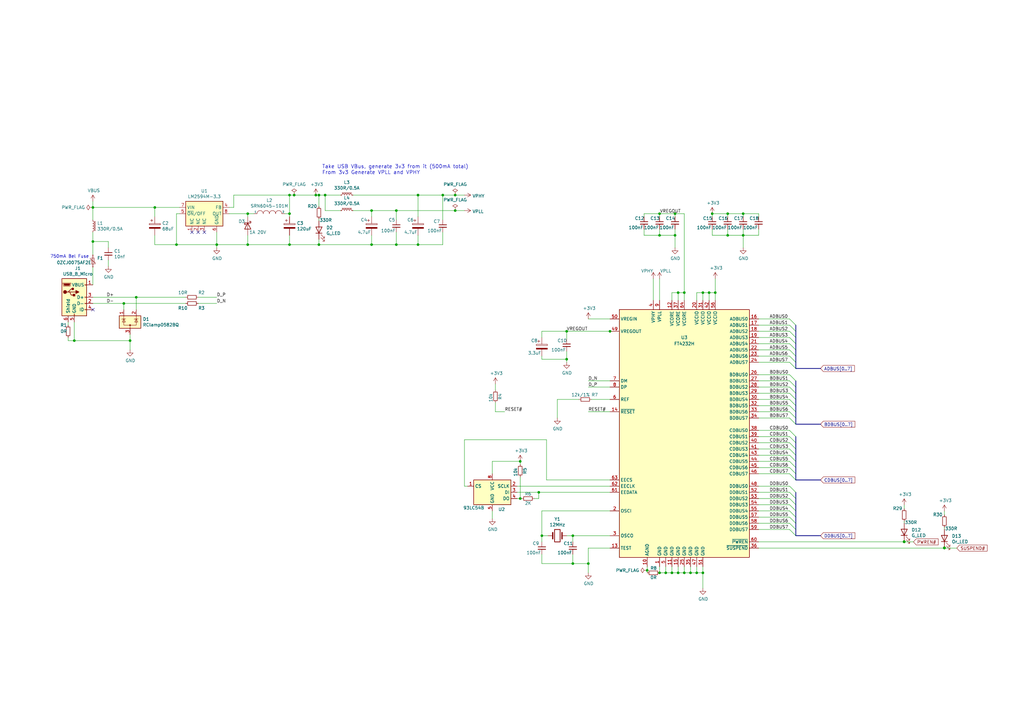
<source format=kicad_sch>
(kicad_sch (version 20211123) (generator eeschema)
  (paper "A3")
  (title_block (title "Imperial Debugger") (date "2022-01-01") (rev "0.9") (company "Achenarian Empire") (comment 1 "Drawn by: Marc Kelly"))
  (lib_symbols
    (symbol "Connector:USB_B_Micro" (pin_names (offset 1.016))
      (property "Reference" "J" (at -5.08 11.43 0))
      (property "Value" "USB_B_Micro" (at -5.08 8.89 0))
      (symbol "USB_B_Micro_1_1"
        (pin power_out line (at 7.62 5.08 180) (length 2.54) (name "VBUS") (number "1"))
        (pin bidirectional line (at 7.62 -2.54 180) (length 2.54) (name "D-") (number "2"))
        (pin bidirectional line (at 7.62 0 180) (length 2.54) (name "D+") (number "3"))
        (pin passive line (at 7.62 -5.08 180) (length 2.54) (name "ID") (number "4"))
        (pin power_out line (at 0 -10.16 90) (length 2.54) (name "GND") (number "5"))
        (pin passive line (at -2.54 -10.16 90) (length 2.54) (name "Shield") (number "6"))
      )
    )
    (symbol "Device:CP" (pin_numbers hide) (pin_names (offset 0.254))
      (property "Reference" "C" (at 0.635 2.54 0))
      (property "Value" "Device_CP" (at 0.635 -2.54 0))
      (symbol "CP_1_1"
        (pin passive line (at 0 3.81 270) (length 2.794) (name "~") (number "1"))
        (pin passive line (at 0 -3.81 90) (length 2.794) (name "~") (number "2"))
      )
    )
    (symbol "Device:C_Small" (pin_numbers hide) (pin_names (offset 0.254) hide)
      (property "Reference" "C" (at 0.254 1.778 0))
      (property "Value" "C_Small" (at 0.254 -2.032 0))
      (symbol "C_Small_1_1"
        (pin passive line (at 0 2.54 270) (length 2.032) (name "~") (number "1"))
        (pin passive line (at 0 -2.54 90) (length 2.032) (name "~") (number "2"))
      )
    )
    (symbol "Device:Crystal" (pin_numbers hide) (pin_names (offset 1.016) hide)
      (property "Reference" "Y" (at 0 3.81 0))
      (property "Value" "Crystal" (at 0 -3.81 0))
      (symbol "Crystal_1_1"
        (pin passive line (at -3.81 0 0) (length 1.27) (name "1") (number "1"))
        (pin passive line (at 3.81 0 180) (length 1.27) (name "2") (number "2"))
      )
    )
    (symbol "Device:D_Schottky" (pin_numbers hide) (pin_names (offset 1.016) hide)
      (property "Reference" "D" (at 0 2.54 0))
      (property "Value" "D_Schottky" (at 0 -2.54 0))
      (symbol "D_Schottky_1_1"
        (pin passive line (at -3.81 0 0) (length 2.54) (name "K") (number "1"))
        (pin passive line (at 3.81 0 180) (length 2.54) (name "A") (number "2"))
      )
    )
    (symbol "Device:LED" (pin_numbers hide) (pin_names (offset 1.016) hide)
      (property "Reference" "D" (at 0 2.54 0))
      (property "Value" "LED" (at 0 -2.54 0))
      (symbol "LED_1_1"
        (pin passive line (at -3.81 0 0) (length 2.54) (name "K") (number "1"))
        (pin passive line (at 3.81 0 180) (length 2.54) (name "A") (number "2"))
      )
    )
    (symbol "Device:L_Core_Ferrite_Small" (pin_numbers hide) (pin_names (offset 0.254) hide)
      (property "Reference" "L" (at 1.27 1.016 0))
      (property "Value" "Device_L_Core_Ferrite_Small" (at 1.27 -1.27 0))
      (symbol "L_Core_Ferrite_Small_1_1"
        (pin passive line (at 0 2.54 270) (length 0.508) (name "~") (number "1"))
        (pin passive line (at 0 -2.54 90) (length 0.508) (name "~") (number "2"))
      )
    )
    (symbol "Device:Polyfuse_Small" (pin_numbers hide) (pin_names (offset 0))
      (property "Reference" "F" (at -1.905 0 90))
      (property "Value" "Polyfuse_Small" (at 1.905 0 90))
      (symbol "Polyfuse_Small_1_1"
        (pin passive line (at 0 2.54 270) (length 0.635) (name "~") (number "1"))
        (pin passive line (at 0 -2.54 90) (length 0.635) (name "~") (number "2"))
      )
    )
    (symbol "Device:R_Small" (pin_numbers hide) (pin_names (offset 0.254) hide)
      (property "Reference" "R" (at 0.762 0.508 0))
      (property "Value" "R_Small" (at 0.762 -1.016 0))
      (symbol "R_Small_1_1"
        (pin passive line (at 0 2.54 270) (length 0.762) (name "~") (number "1"))
        (pin passive line (at 0 -2.54 90) (length 0.762) (name "~") (number "2"))
      )
    )
    (symbol "Interface_USB:FT4232H"
      (property "Reference" "U" (at -26.67 53.34 0))
      (property "Value" "FT4232H" (at 19.05 53.34 0))
      (symbol "FT4232H_1_1"
        (pin power_in line (at -10.16 -53.34 90) (length 3.81) (name "GND") (number "1"))
        (pin power_in line (at -15.24 -53.34 90) (length 3.81) (name "AGND") (number "10"))
        (pin power_in line (at -5.08 -53.34 90) (length 3.81) (name "GND") (number "11"))
        (pin power_in line (at -5.08 55.88 270) (length 3.81) (name "VCORE") (number "12"))
        (pin input line (at -30.48 -45.72 0) (length 3.81) (name "TEST") (number "13"))
        (pin input line (at -30.48 10.16 0) (length 3.81) (name "~{RESET}") (number "14"))
        (pin power_in line (at -2.54 -53.34 90) (length 3.81) (name "GND") (number "15"))
        (pin bidirectional line (at 30.48 48.26 180) (length 3.81) (name "ADBUS0") (number "16"))
        (pin bidirectional line (at 30.48 45.72 180) (length 3.81) (name "ADBUS1") (number "17"))
        (pin bidirectional line (at 30.48 43.18 180) (length 3.81) (name "ADBUS2") (number "18"))
        (pin bidirectional line (at 30.48 40.64 180) (length 3.81) (name "ADBUS3") (number "19"))
        (pin input line (at -30.48 -30.48 0) (length 3.81) (name "OSCI") (number "2"))
        (pin power_in line (at 5.08 55.88 270) (length 3.81) (name "VCCIO") (number "20"))
        (pin bidirectional line (at 30.48 38.1 180) (length 3.81) (name "ADBUS4") (number "21"))
        (pin bidirectional line (at 30.48 35.56 180) (length 3.81) (name "ADBUS5") (number "22"))
        (pin bidirectional line (at 30.48 33.02 180) (length 3.81) (name "ADBUS6") (number "23"))
        (pin bidirectional line (at 30.48 30.48 180) (length 3.81) (name "ADBUS7") (number "24"))
        (pin power_in line (at 0 -53.34 90) (length 3.81) (name "GND") (number "25"))
        (pin bidirectional line (at 30.48 25.4 180) (length 3.81) (name "BDBUS0") (number "26"))
        (pin bidirectional line (at 30.48 22.86 180) (length 3.81) (name "BDBUS1") (number "27"))
        (pin bidirectional line (at 30.48 20.32 180) (length 3.81) (name "BDBUS2") (number "28"))
        (pin bidirectional line (at 30.48 17.78 180) (length 3.81) (name "BDBUS3") (number "29"))
        (pin output line (at -30.48 -40.64 0) (length 3.81) (name "OSCO") (number "3"))
        (pin bidirectional line (at 30.48 15.24 180) (length 3.81) (name "BDBUS4") (number "30"))
        (pin power_in line (at 7.62 55.88 270) (length 3.81) (name "VCCIO") (number "31"))
        (pin bidirectional line (at 30.48 12.7 180) (length 3.81) (name "BDBUS5") (number "32"))
        (pin bidirectional line (at 30.48 10.16 180) (length 3.81) (name "BDBUS6") (number "33"))
        (pin bidirectional line (at 30.48 7.62 180) (length 3.81) (name "BDBUS7") (number "34"))
        (pin power_in line (at 2.54 -53.34 90) (length 3.81) (name "GND") (number "35"))
        (pin output line (at 30.48 -45.72 180) (length 3.81) (name "~{SUSPEND}") (number "36"))
        (pin power_in line (at -2.54 55.88 270) (length 3.81) (name "VCORE") (number "37"))
        (pin bidirectional line (at 30.48 2.54 180) (length 3.81) (name "CDBUS0") (number "38"))
        (pin bidirectional line (at 30.48 0 180) (length 3.81) (name "CDBUS1") (number "39"))
        (pin power_in line (at -12.7 55.88 270) (length 3.81) (name "VPHY") (number "4"))
        (pin bidirectional line (at 30.48 -2.54 180) (length 3.81) (name "CDBUS2") (number "40"))
        (pin bidirectional line (at 30.48 -5.08 180) (length 3.81) (name "CDBUS3") (number "41"))
        (pin power_in line (at 10.16 55.88 270) (length 3.81) (name "VCCIO") (number "42"))
        (pin bidirectional line (at 30.48 -7.62 180) (length 3.81) (name "CDBUS4") (number "43"))
        (pin bidirectional line (at 30.48 -10.16 180) (length 3.81) (name "CDBUS5") (number "44"))
        (pin bidirectional line (at 30.48 -12.7 180) (length 3.81) (name "CDBUS6") (number "45"))
        (pin bidirectional line (at 30.48 -15.24 180) (length 3.81) (name "CDBUS7") (number "46"))
        (pin power_in line (at 5.08 -53.34 90) (length 3.81) (name "GND") (number "47"))
        (pin bidirectional line (at 30.48 -20.32 180) (length 3.81) (name "DDBUS0") (number "48"))
        (pin power_out line (at -30.48 43.18 0) (length 3.81) (name "VREGOUT") (number "49"))
        (pin power_in line (at -7.62 -53.34 90) (length 3.81) (name "GND") (number "5"))
        (pin power_in line (at -30.48 48.26 0) (length 3.81) (name "VREGIN") (number "50"))
        (pin power_in line (at 7.62 -53.34 90) (length 3.81) (name "GND") (number "51"))
        (pin bidirectional line (at 30.48 -22.86 180) (length 3.81) (name "DDBUS1") (number "52"))
        (pin bidirectional line (at 30.48 -25.4 180) (length 3.81) (name "DDBUS2") (number "53"))
        (pin bidirectional line (at 30.48 -27.94 180) (length 3.81) (name "DDBUS3") (number "54"))
        (pin bidirectional line (at 30.48 -30.48 180) (length 3.81) (name "DDBUS4") (number "55"))
        (pin power_in line (at 12.7 55.88 270) (length 3.81) (name "VCCIO") (number "56"))
        (pin bidirectional line (at 30.48 -33.02 180) (length 3.81) (name "DDBUS5") (number "57"))
        (pin bidirectional line (at 30.48 -35.56 180) (length 3.81) (name "DDBUS6") (number "58"))
        (pin bidirectional line (at 30.48 -38.1 180) (length 3.81) (name "DDBUS7") (number "59"))
        (pin input line (at -30.48 15.24 0) (length 3.81) (name "REF") (number "6"))
        (pin output line (at 30.48 -43.18 180) (length 3.81) (name "~{PWREN}") (number "60"))
        (pin bidirectional line (at -30.48 -22.86 0) (length 3.81) (name "EEDATA") (number "61"))
        (pin output line (at -30.48 -20.32 0) (length 3.81) (name "EECLK") (number "62"))
        (pin output line (at -30.48 -17.78 0) (length 3.81) (name "EECS") (number "63"))
        (pin power_in line (at 0 55.88 270) (length 3.81) (name "VCORE") (number "64"))
        (pin bidirectional line (at -30.48 22.86 0) (length 3.81) (name "DM") (number "7"))
        (pin bidirectional line (at -30.48 20.32 0) (length 3.81) (name "DP") (number "8"))
        (pin power_in line (at -10.16 55.88 270) (length 3.81) (name "VPLL") (number "9"))
      )
    )
    (symbol "Memory_EEPROM:93LCxxA"
      (property "Reference" "U" (at -7.62 6.35 0))
      (property "Value" "93LCxxA" (at 2.54 -6.35 0))
      (symbol "93LCxxA_1_1"
        (pin input line (at -10.16 2.54 0) (length 2.54) (name "CS") (number "1"))
        (pin input line (at 10.16 2.54 180) (length 2.54) (name "SCLK") (number "2"))
        (pin input line (at 10.16 0 180) (length 2.54) (name "DI") (number "3"))
        (pin tri_state line (at 10.16 -2.54 180) (length 2.54) (name "DO") (number "4"))
        (pin power_in line (at 0 -7.62 90) (length 2.54) (name "GND") (number "5"))
        (pin no_connect line (at -7.62 0 0) (length 2.54) hide (name "NC") (number "6"))
        (pin no_connect line (at -7.62 -2.54 0) (length 2.54) hide (name "NC") (number "7"))
        (pin power_in line (at 0 7.62 270) (length 2.54) (name "VCC") (number "8"))
      )
    )
    (symbol "Power_Protection:SP0502BAJT" (pin_names hide)
      (property "Reference" "D" (at 5.715 2.54 0))
      (property "Value" "SP0502BAJT" (at 5.715 0.635 0))
      (symbol "SP0502BAJT_0_0"
        (pin passive line (at 0 -5.08 90) (length 2.54) (name "A") (number "3"))
      )
      (symbol "SP0502BAJT_1_1"
        (pin passive line (at -2.54 5.08 270) (length 2.54) (name "K") (number "1"))
        (pin passive line (at 2.54 5.08 270) (length 2.54) (name "K") (number "2"))
      )
    )
    (symbol "Regulator_Switching:LM2594M-3.3"
      (property "Reference" "U" (at -7.62 6.35 0))
      (property "Value" "LM2594M-3.3" (at 0 6.35 0))
      (symbol "LM2594M-3.3_1_1"
        (pin passive line (at -5.08 -7.62 90) (length 2.54) (name "NC") (number "1"))
        (pin passive line (at -2.54 -7.62 90) (length 2.54) (name "NC") (number "2"))
        (pin passive line (at 0 -7.62 90) (length 2.54) (name "NC") (number "3"))
        (pin input line (at 10.16 2.54 180) (length 2.54) (name "FB") (number "4"))
        (pin input line (at -10.16 0 0) (length 2.54) (name "~{ON}/OFF") (number "5"))
        (pin power_in line (at 5.08 -7.62 90) (length 2.54) (name "GND") (number "6"))
        (pin power_in line (at -10.16 2.54 0) (length 2.54) (name "VIN") (number "7"))
        (pin output line (at 10.16 0 180) (length 2.54) (name "OUT") (number "8"))
      )
    )
    (symbol "local:VPHY" (power) (pin_names (offset 0))
      (property "Value" "VPHY" (at 0 3.81 0))
      (symbol "VPHY_1_1"
        (pin power_in line (at 0 0 90) (length 0) hide (name "VPHY") (number "1"))
      )
    )
    (symbol "local:VPLL" (power) (pin_names (offset 0))
      (property "Value" "VPLL" (at 0 3.81 0))
      (symbol "VPLL_1_1"
        (pin power_in line (at 0 0 90) (length 0) hide (name "VPLL") (number "1"))
      )
    )
    (symbol "power:+3.3V" (power) (pin_names (offset 0))
      (property "Value" "+3.3V" (at 0 3.556 0))
      (symbol "+3.3V_1_1"
        (pin power_in line (at 0 0 90) (length 0) hide (name "+3V3") (number "1"))
      )
    )
    (symbol "power:GND" (power) (pin_names (offset 0))
      (property "Value" "GND" (at 0 -3.81 0))
      (symbol "GND_1_1"
        (pin power_in line (at 0 0 270) (length 0) hide (name "GND") (number "1"))
      )
    )
    (symbol "power:PWR_FLAG" (power) (pin_numbers hide) (pin_names (offset 0) hide)
      (property "Value" "PWR_FLAG" (at 0 3.81 0))
      (symbol "PWR_FLAG_0_0"
        (pin power_out line (at 0 0 90) (length 0) (name "pwr") (number "1"))
      )
    )
    (symbol "power:VBUS" (power) (pin_names (offset 0))
      (property "Value" "VBUS" (at 0 3.81 0))
      (symbol "VBUS_1_1"
        (pin power_in line (at 0 0 90) (length 0) hide (name "VBUS") (number "1"))
      )
    )
    (symbol "pspice:INDUCTOR" (pin_numbers hide) (pin_names (offset 0))
      (property "Reference" "L" (at 0 2.54 0))
      (property "Value" "INDUCTOR" (at 0 -1.27 0))
      (symbol "INDUCTOR_1_1"
        (pin input line (at -6.35 0 0) (length 1.27) (name "1") (number "1"))
        (pin input line (at 6.35 0 180) (length 1.27) (name "2") (number "2"))
      )
    )
  )
  (junction (at 270.51 87.63))
  (junction (at 130.81 100.33))
  (junction (at 38.1 99.06))
  (junction (at 30.48 139.7))
  (junction (at 171.45 100.33))
  (junction (at 101.6 87.63))
  (junction (at 292.1 87.63))
  (junction (at 278.13 120.015))
  (junction (at 293.37 120.015))
  (junction (at 181.61 80.01))
  (junction (at 270.51 234.95))
  (junction (at 298.45 96.52))
  (junction (at 118.745 87.63))
  (junction (at 72.39 100.33))
  (junction (at 304.8 96.52))
  (junction (at 152.4 86.36))
  (junction (at 186.69 86.36))
  (junction (at 298.45 87.63))
  (junction (at 152.4 100.33))
  (junction (at 130.81 80.01))
  (junction (at 270.51 96.52))
  (junction (at 222.25 219.71))
  (junction (at 129.54 80.01))
  (junction (at 288.29 234.95))
  (junction (at 38.1 85.09))
  (junction (at 162.56 100.33))
  (junction (at 275.59 234.95))
  (junction (at 304.8 87.63))
  (junction (at 290.83 120.015))
  (junction (at 88.9 100.33))
  (junction (at 370.84 222.123))
  (junction (at 241.3 231.14))
  (junction (at 120.65 80.01))
  (junction (at 276.86 87.63))
  (junction (at 213.36 204.47))
  (junction (at 162.56 86.36))
  (junction (at 133.35 80.01))
  (junction (at 250.19 135.89))
  (junction (at 265.43 233.934))
  (junction (at 53.34 139.7))
  (junction (at 285.75 234.95))
  (junction (at 387.35 224.79))
  (junction (at 213.36 189.23))
  (junction (at 234.95 231.14))
  (junction (at 101.6 100.33))
  (junction (at 387.35 224.663))
  (junction (at 280.67 120.015))
  (junction (at 118.745 80.01))
  (junction (at 50.8 124.46))
  (junction (at 283.21 234.95))
  (junction (at 55.88 121.92))
  (junction (at 118.745 100.33))
  (junction (at 234.95 219.71))
  (junction (at 370.84 222.25))
  (junction (at 232.41 135.89))
  (junction (at 276.86 96.52))
  (junction (at 232.41 147.32))
  (junction (at 220.98 201.93))
  (junction (at 273.05 234.95))
  (junction (at 63.5 85.09))
  (junction (at 280.67 234.95))
  (junction (at 186.69 80.01))
  (junction (at 171.45 80.01))
  (junction (at 288.29 120.015))
  (junction (at 278.13 234.95))
  (no_connect (at 78.74 95.25))
  (no_connect (at 83.82 95.25))
  (no_connect (at 38.1 127))
  (no_connect (at 81.28 95.25))
  (bus_entry (at 323.85 179.07) (size 2.54 2.54))
  (bus_entry (at 323.85 199.39) (size 2.54 2.54))
  (bus_entry (at 323.85 201.93) (size 2.54 2.54))
  (bus_entry (at 323.85 204.47) (size 2.54 2.54))
  (bus_entry (at 323.85 176.53) (size 2.54 2.54))
  (bus_entry (at 323.85 158.75) (size 2.54 2.54))
  (bus_entry (at 323.85 168.91) (size 2.54 2.54))
  (bus_entry (at 323.85 194.31) (size 2.54 2.54))
  (bus_entry (at 323.85 191.77) (size 2.54 2.54))
  (bus_entry (at 323.85 153.67) (size 2.54 2.54))
  (bus_entry (at 323.85 184.15) (size 2.54 2.54))
  (bus_entry (at 323.85 163.83) (size 2.54 2.54))
  (bus_entry (at 323.85 212.09) (size 2.54 2.54))
  (bus_entry (at 323.85 166.37) (size 2.54 2.54))
  (bus_entry (at 323.85 130.81) (size 2.54 2.54))
  (bus_entry (at 323.85 189.23) (size 2.54 2.54))
  (bus_entry (at 323.85 214.63) (size 2.54 2.54))
  (bus_entry (at 323.85 181.61) (size 2.54 2.54))
  (bus_entry (at 323.85 135.89) (size 2.54 2.54))
  (bus_entry (at 323.85 207.01) (size 2.54 2.54))
  (bus_entry (at 323.85 138.43) (size 2.54 2.54))
  (bus_entry (at 323.85 143.51) (size 2.54 2.54))
  (bus_entry (at 323.85 161.29) (size 2.54 2.54))
  (bus_entry (at 323.85 148.59) (size 2.54 2.54))
  (bus_entry (at 323.85 171.45) (size 2.54 2.54))
  (bus_entry (at 323.85 133.35) (size 2.54 2.54))
  (bus_entry (at 323.85 146.05) (size 2.54 2.54))
  (bus_entry (at 323.85 186.69) (size 2.54 2.54))
  (bus_entry (at 323.85 140.97) (size 2.54 2.54))
  (bus_entry (at 323.85 156.21) (size 2.54 2.54))
  (bus_entry (at 323.85 209.55) (size 2.54 2.54))
  (bus_entry (at 323.85 217.17) (size 2.54 2.54))
  (wire (pts (xy 311.15 217.17) (xy 323.85 217.17)))
  (wire (pts (xy 219.075 204.47) (xy 220.98 204.47)))
  (bus (pts (xy 326.39 135.89) (xy 326.39 138.43)))
  (wire (pts (xy 387.35 224.79) (xy 392.43 224.79)))
  (wire (pts (xy 311.15 199.39) (xy 323.85 199.39)))
  (wire (pts (xy 298.45 96.52) (xy 304.8 96.52)))
  (wire (pts (xy 207.01 168.91) (xy 203.2 168.91)))
  (wire (pts (xy 118.745 80.01) (xy 120.65 80.01)))
  (wire (pts (xy 30.48 139.7) (xy 53.34 139.7)))
  (bus (pts (xy 326.39 173.99) (xy 336.55 173.99)))
  (wire (pts (xy 311.15 96.52) (xy 311.15 93.98)))
  (wire (pts (xy 50.8 127) (xy 50.8 124.46)))
  (wire (pts (xy 288.29 123.19) (xy 288.29 120.015)))
  (wire (pts (xy 130.81 98.171) (xy 130.81 100.33)))
  (wire (pts (xy 116.84 87.63) (xy 118.745 87.63)))
  (wire (pts (xy 101.6 100.33) (xy 88.9 100.33)))
  (wire (pts (xy 270.51 234.95) (xy 273.05 234.95)))
  (wire (pts (xy 152.4 100.33) (xy 152.4 96.52)))
  (wire (pts (xy 370.84 222.25) (xy 374.65 222.25)))
  (bus (pts (xy 326.39 184.15) (xy 326.39 186.69)))
  (wire (pts (xy 152.4 100.33) (xy 162.56 100.33)))
  (wire (pts (xy 311.15 176.53) (xy 323.85 176.53)))
  (wire (pts (xy 285.75 120.015) (xy 285.75 123.19)))
  (wire (pts (xy 171.45 80.01) (xy 144.78 80.01)))
  (wire (pts (xy 27.94 139.7) (xy 30.48 139.7)))
  (wire (pts (xy 171.45 100.33) (xy 171.45 96.52)))
  (bus (pts (xy 326.39 151.13) (xy 336.55 151.13)))
  (wire (pts (xy 224.155 196.85) (xy 224.155 180.34)))
  (wire (pts (xy 50.8 124.46) (xy 76.2 124.46)))
  (wire (pts (xy 201.93 212.725) (xy 201.93 209.55)))
  (wire (pts (xy 162.56 100.33) (xy 162.56 95.25)))
  (wire (pts (xy 250.19 196.85) (xy 224.155 196.85)))
  (wire (pts (xy 298.45 87.63) (xy 292.1 87.63)))
  (wire (pts (xy 133.35 80.01) (xy 139.7 80.01)))
  (bus (pts (xy 326.39 204.47) (xy 326.39 207.01)))
  (wire (pts (xy 232.41 144.145) (xy 232.41 147.32)))
  (wire (pts (xy 311.15 143.51) (xy 323.85 143.51)))
  (wire (pts (xy 88.9 100.33) (xy 88.9 95.25)))
  (wire (pts (xy 63.5 85.09) (xy 38.1 85.09)))
  (bus (pts (xy 326.39 143.51) (xy 326.39 146.05)))
  (wire (pts (xy 228.6 163.83) (xy 228.6 171.45)))
  (wire (pts (xy 290.83 123.19) (xy 290.83 120.015)))
  (wire (pts (xy 250.19 156.21) (xy 241.3 156.21)))
  (wire (pts (xy 38.1 109.601) (xy 38.1 116.84)))
  (wire (pts (xy 190.5 180.34) (xy 190.5 199.39)))
  (wire (pts (xy 311.15 88.9) (xy 311.15 87.63)))
  (wire (pts (xy 250.19 209.55) (xy 222.25 209.55)))
  (wire (pts (xy 212.09 199.39) (xy 250.19 199.39)))
  (bus (pts (xy 326.39 217.17) (xy 326.39 219.71)))
  (wire (pts (xy 120.65 80.01) (xy 129.54 80.01)))
  (wire (pts (xy 44.45 101.6) (xy 44.45 99.06)))
  (wire (pts (xy 232.41 219.71) (xy 234.95 219.71)))
  (wire (pts (xy 93.98 87.63) (xy 101.6 87.63)))
  (wire (pts (xy 311.15 201.93) (xy 323.85 201.93)))
  (wire (pts (xy 234.95 231.14) (xy 234.95 227.33)))
  (bus (pts (xy 326.39 191.77) (xy 326.39 194.31)))
  (wire (pts (xy 292.1 93.98) (xy 292.1 96.52)))
  (bus (pts (xy 326.39 212.09) (xy 326.39 214.63)))
  (wire (pts (xy 311.15 130.81) (xy 323.85 130.81)))
  (wire (pts (xy 241.3 231.14) (xy 234.95 231.14)))
  (wire (pts (xy 250.19 168.91) (xy 241.3 168.91)))
  (wire (pts (xy 152.4 86.36) (xy 144.78 86.36)))
  (wire (pts (xy 311.15 214.63) (xy 323.85 214.63)))
  (bus (pts (xy 326.39 209.55) (xy 326.39 212.09)))
  (wire (pts (xy 222.25 209.55) (xy 222.25 219.71)))
  (wire (pts (xy 250.19 135.89) (xy 250.317 135.89)))
  (wire (pts (xy 95.885 85.09) (xy 93.98 85.09)))
  (wire (pts (xy 38.1 124.46) (xy 50.8 124.46)))
  (wire (pts (xy 311.15 140.97) (xy 323.85 140.97)))
  (wire (pts (xy 288.29 232.41) (xy 288.29 234.95)))
  (wire (pts (xy 53.34 143.51) (xy 53.34 139.7)))
  (wire (pts (xy 220.98 201.93) (xy 212.09 201.93)))
  (wire (pts (xy 130.81 100.33) (xy 152.4 100.33)))
  (wire (pts (xy 311.15 133.35) (xy 323.85 133.35)))
  (wire (pts (xy 162.56 86.36) (xy 186.69 86.36)))
  (wire (pts (xy 270.51 93.98) (xy 270.51 96.52)))
  (wire (pts (xy 44.45 99.06) (xy 38.1 99.06)))
  (wire (pts (xy 311.15 194.31) (xy 323.85 194.31)))
  (wire (pts (xy 118.745 88.9) (xy 118.745 87.63)))
  (wire (pts (xy 311.15 148.59) (xy 323.85 148.59)))
  (bus (pts (xy 326.39 171.45) (xy 326.39 173.99)))
  (wire (pts (xy 304.8 96.52) (xy 311.15 96.52)))
  (wire (pts (xy 129.54 80.01) (xy 130.81 80.01)))
  (wire (pts (xy 278.13 234.95) (xy 280.67 234.95)))
  (wire (pts (xy 270.51 87.63) (xy 264.16 87.63)))
  (bus (pts (xy 326.39 189.23) (xy 326.39 191.77)))
  (wire (pts (xy 270.51 123.19) (xy 270.51 114.3)))
  (wire (pts (xy 270.51 88.9) (xy 270.51 87.63)))
  (wire (pts (xy 298.45 93.98) (xy 298.45 96.52)))
  (wire (pts (xy 250.19 158.75) (xy 241.3 158.75)))
  (wire (pts (xy 232.41 148.59) (xy 232.41 147.32)))
  (bus (pts (xy 326.39 146.05) (xy 326.39 148.59)))
  (bus (pts (xy 326.39 201.93) (xy 326.39 204.47)))
  (wire (pts (xy 280.67 232.41) (xy 280.67 234.95)))
  (wire (pts (xy 387.35 224.79) (xy 387.35 224.663)))
  (wire (pts (xy 370.84 222.25) (xy 370.84 222.123)))
  (wire (pts (xy 275.59 232.41) (xy 275.59 234.95)))
  (wire (pts (xy 311.15 191.77) (xy 323.85 191.77)))
  (wire (pts (xy 186.69 80.01) (xy 190.5 80.01)))
  (wire (pts (xy 304.8 93.98) (xy 304.8 96.52)))
  (wire (pts (xy 370.84 207.137) (xy 370.84 208.661)))
  (wire (pts (xy 387.35 209.677) (xy 387.35 211.201)))
  (wire (pts (xy 162.56 90.17) (xy 162.56 86.36)))
  (wire (pts (xy 181.61 80.01) (xy 186.69 80.01)))
  (wire (pts (xy 63.5 88.9) (xy 63.5 85.09)))
  (wire (pts (xy 265.43 233.934) (xy 265.43 234.95)))
  (wire (pts (xy 203.2 157.48) (xy 203.2 160.02)))
  (bus (pts (xy 326.39 138.43) (xy 326.39 140.97)))
  (wire (pts (xy 203.2 168.91) (xy 203.2 165.1)))
  (wire (pts (xy 292.1 96.52) (xy 298.45 96.52)))
  (wire (pts (xy 232.41 139.065) (xy 232.41 135.89)))
  (bus (pts (xy 326.39 133.35) (xy 326.39 135.89)))
  (wire (pts (xy 285.75 232.41) (xy 285.75 234.95)))
  (bus (pts (xy 326.39 140.97) (xy 326.39 143.51)))
  (wire (pts (xy 278.13 120.015) (xy 278.13 123.19)))
  (wire (pts (xy 278.13 120.015) (xy 275.59 120.015)))
  (bus (pts (xy 326.39 214.63) (xy 326.39 217.17)))
  (wire (pts (xy 250.19 219.71) (xy 234.95 219.71)))
  (bus (pts (xy 326.39 158.75) (xy 326.39 161.29)))
  (wire (pts (xy 27.94 138.43) (xy 27.94 139.7)))
  (wire (pts (xy 285.75 234.95) (xy 288.29 234.95)))
  (wire (pts (xy 181.61 90.17) (xy 181.61 80.01)))
  (wire (pts (xy 237.49 163.83) (xy 228.6 163.83)))
  (wire (pts (xy 73.66 87.63) (xy 72.39 87.63)))
  (wire (pts (xy 270.51 96.52) (xy 276.86 96.52)))
  (wire (pts (xy 222.25 147.32) (xy 222.25 146.05)))
  (wire (pts (xy 264.16 93.98) (xy 264.16 96.52)))
  (wire (pts (xy 130.81 90.551) (xy 130.81 89.789)))
  (wire (pts (xy 311.15 166.37) (xy 323.85 166.37)))
  (wire (pts (xy 88.9 101.6) (xy 88.9 100.33)))
  (wire (pts (xy 276.86 101.6) (xy 276.86 96.52)))
  (bus (pts (xy 326.39 207.01) (xy 326.39 209.55)))
  (wire (pts (xy 280.67 120.015) (xy 280.67 87.63)))
  (wire (pts (xy 118.745 100.33) (xy 101.6 100.33)))
  (wire (pts (xy 213.36 190.5) (xy 213.36 189.23)))
  (wire (pts (xy 232.41 135.89) (xy 250.19 135.89)))
  (wire (pts (xy 222.25 147.32) (xy 232.41 147.32)))
  (wire (pts (xy 73.66 85.09) (xy 63.5 85.09)))
  (wire (pts (xy 311.15 146.05) (xy 323.85 146.05)))
  (wire (pts (xy 250.19 163.83) (xy 242.57 163.83)))
  (wire (pts (xy 213.36 204.47) (xy 212.09 204.47)))
  (wire (pts (xy 311.15 222.25) (xy 370.84 222.25)))
  (wire (pts (xy 311.15 138.43) (xy 323.85 138.43)))
  (wire (pts (xy 288.29 120.015) (xy 285.75 120.015)))
  (bus (pts (xy 326.39 168.91) (xy 326.39 171.45)))
  (wire (pts (xy 38.1 121.92) (xy 55.88 121.92)))
  (wire (pts (xy 250.19 201.93) (xy 220.98 201.93)))
  (wire (pts (xy 201.93 189.23) (xy 213.36 189.23)))
  (wire (pts (xy 241.3 231.14) (xy 241.3 234.95)))
  (wire (pts (xy 162.56 100.33) (xy 171.45 100.33)))
  (wire (pts (xy 181.61 80.01) (xy 171.45 80.01)))
  (wire (pts (xy 265.43 232.41) (xy 265.43 233.934)))
  (wire (pts (xy 280.67 120.015) (xy 278.13 120.015)))
  (wire (pts (xy 304.8 101.6) (xy 304.8 96.52)))
  (wire (pts (xy 311.15 153.67) (xy 323.85 153.67)))
  (bus (pts (xy 326.39 219.71) (xy 336.55 219.71)))
  (wire (pts (xy 241.3 224.79) (xy 241.3 231.14)))
  (wire (pts (xy 290.83 120.015) (xy 288.29 120.015)))
  (wire (pts (xy 81.28 121.92) (xy 88.9 121.92)))
  (bus (pts (xy 326.39 181.61) (xy 326.39 184.15)))
  (wire (pts (xy 311.15 161.29) (xy 323.85 161.29)))
  (wire (pts (xy 190.5 199.39) (xy 191.77 199.39)))
  (wire (pts (xy 234.95 219.71) (xy 234.95 222.25)))
  (wire (pts (xy 280.67 87.63) (xy 276.86 87.63)))
  (wire (pts (xy 280.67 123.19) (xy 280.67 120.015)))
  (wire (pts (xy 38.1 99.06) (xy 38.1 104.521)))
  (wire (pts (xy 293.37 120.015) (xy 290.83 120.015)))
  (wire (pts (xy 270.51 232.41) (xy 270.51 234.95)))
  (wire (pts (xy 162.56 86.36) (xy 152.4 86.36)))
  (wire (pts (xy 181.61 100.33) (xy 181.61 95.25)))
  (wire (pts (xy 224.79 219.71) (xy 222.25 219.71)))
  (wire (pts (xy 311.15 158.75) (xy 323.85 158.75)))
  (wire (pts (xy 72.39 100.33) (xy 88.9 100.33)))
  (wire (pts (xy 224.155 180.34) (xy 190.5 180.34)))
  (wire (pts (xy 101.6 96.52) (xy 101.6 100.33)))
  (wire (pts (xy 186.69 86.36) (xy 190.5 86.36)))
  (wire (pts (xy 222.25 231.14) (xy 222.25 227.33)))
  (wire (pts (xy 133.35 86.36) (xy 139.7 86.36)))
  (wire (pts (xy 276.86 88.9) (xy 276.86 87.63)))
  (wire (pts (xy 311.15 181.61) (xy 323.85 181.61)))
  (wire (pts (xy 63.5 100.33) (xy 72.39 100.33)))
  (wire (pts (xy 311.15 209.55) (xy 323.85 209.55)))
  (wire (pts (xy 118.745 87.63) (xy 118.745 80.01)))
  (wire (pts (xy 273.05 234.95) (xy 275.59 234.95)))
  (bus (pts (xy 326.39 186.69) (xy 326.39 189.23)))
  (wire (pts (xy 220.98 204.47) (xy 220.98 201.93)))
  (wire (pts (xy 38.1 99.06) (xy 38.1 95.25)))
  (wire (pts (xy 275.59 234.95) (xy 278.13 234.95)))
  (bus (pts (xy 326.39 156.21) (xy 326.39 158.75)))
  (wire (pts (xy 304.8 88.9) (xy 304.8 87.63)))
  (wire (pts (xy 311.15 163.83) (xy 323.85 163.83)))
  (wire (pts (xy 171.45 100.33) (xy 181.61 100.33)))
  (wire (pts (xy 27.94 133.35) (xy 27.94 132.08)))
  (wire (pts (xy 234.95 231.14) (xy 222.25 231.14)))
  (wire (pts (xy 95.885 80.01) (xy 95.885 85.09)))
  (wire (pts (xy 55.88 127) (xy 55.88 121.92)))
  (wire (pts (xy 311.15 184.15) (xy 323.85 184.15)))
  (wire (pts (xy 152.4 88.9) (xy 152.4 86.36)))
  (wire (pts (xy 264.16 87.63) (xy 264.16 88.9)))
  (wire (pts (xy 63.5 96.52) (xy 63.5 100.33)))
  (wire (pts (xy 311.15 212.09) (xy 323.85 212.09)))
  (wire (pts (xy 278.13 232.41) (xy 278.13 234.95)))
  (wire (pts (xy 133.35 80.01) (xy 130.81 80.01)))
  (wire (pts (xy 311.15 224.79) (xy 387.35 224.79)))
  (wire (pts (xy 44.45 109.22) (xy 44.45 106.68)))
  (wire (pts (xy 81.28 124.46) (xy 88.9 124.46)))
  (wire (pts (xy 264.16 96.52) (xy 270.51 96.52)))
  (wire (pts (xy 276.86 93.98) (xy 276.86 96.52)))
  (wire (pts (xy 293.37 123.19) (xy 293.37 120.015)))
  (wire (pts (xy 311.15 135.89) (xy 323.85 135.89)))
  (wire (pts (xy 130.81 84.709) (xy 130.81 80.01)))
  (wire (pts (xy 101.6 88.9) (xy 101.6 87.63)))
  (wire (pts (xy 101.6 87.63) (xy 104.14 87.63)))
  (wire (pts (xy 213.36 204.47) (xy 213.36 195.58)))
  (wire (pts (xy 370.84 214.503) (xy 370.84 213.741)))
  (wire (pts (xy 311.15 171.45) (xy 323.85 171.45)))
  (wire (pts (xy 201.93 189.23) (xy 201.93 194.31)))
  (bus (pts (xy 326.39 179.07) (xy 326.39 181.61)))
  (bus (pts (xy 326.39 163.83) (xy 326.39 166.37)))
  (wire (pts (xy 311.15 179.07) (xy 323.85 179.07)))
  (wire (pts (xy 311.15 204.47) (xy 323.85 204.47)))
  (wire (pts (xy 267.97 123.19) (xy 267.97 114.3)))
  (wire (pts (xy 283.21 234.95) (xy 285.75 234.95)))
  (bus (pts (xy 326.39 148.59) (xy 326.39 151.13)))
  (wire (pts (xy 171.45 88.9) (xy 171.45 80.01)))
  (wire (pts (xy 283.21 232.41) (xy 283.21 234.95)))
  (wire (pts (xy 311.15 87.63) (xy 304.8 87.63)))
  (wire (pts (xy 275.59 120.015) (xy 275.59 123.19)))
  (wire (pts (xy 222.25 219.71) (xy 222.25 222.25)))
  (wire (pts (xy 273.05 232.41) (xy 273.05 234.95)))
  (wire (pts (xy 292.1 87.63) (xy 292.1 88.9)))
  (wire (pts (xy 38.1 82.55) (xy 38.1 85.09)))
  (wire (pts (xy 213.995 204.47) (xy 213.36 204.47)))
  (bus (pts (xy 326.39 196.85) (xy 336.55 196.85)))
  (wire (pts (xy 72.39 87.63) (xy 72.39 100.33)))
  (wire (pts (xy 387.35 217.043) (xy 387.35 216.281)))
  (bus (pts (xy 326.39 161.29) (xy 326.39 163.83)))
  (wire (pts (xy 118.745 100.33) (xy 130.81 100.33)))
  (wire (pts (xy 55.88 121.92) (xy 76.2 121.92)))
  (wire (pts (xy 250.19 224.79) (xy 241.3 224.79)))
  (wire (pts (xy 222.25 135.89) (xy 232.41 135.89)))
  (wire (pts (xy 250.19 130.81) (xy 241.3 130.81)))
  (wire (pts (xy 38.1 85.09) (xy 38.1 90.17)))
  (wire (pts (xy 133.35 80.01) (xy 133.35 86.36)))
  (wire (pts (xy 288.29 234.95) (xy 288.29 241.3)))
  (wire (pts (xy 311.15 186.69) (xy 323.85 186.69)))
  (wire (pts (xy 311.15 156.21) (xy 323.85 156.21)))
  (wire (pts (xy 311.15 207.01) (xy 323.85 207.01)))
  (wire (pts (xy 30.48 132.08) (xy 30.48 139.7)))
  (wire (pts (xy 118.745 80.01) (xy 95.885 80.01)))
  (bus (pts (xy 326.39 166.37) (xy 326.39 168.91)))
  (bus (pts (xy 326.39 194.31) (xy 326.39 196.85)))
  (wire (pts (xy 53.34 139.7) (xy 53.34 137.16)))
  (wire (pts (xy 293.37 120.015) (xy 293.37 114.3)))
  (wire (pts (xy 298.45 88.9) (xy 298.45 87.63)))
  (wire (pts (xy 311.15 189.23) (xy 323.85 189.23)))
  (wire (pts (xy 304.8 87.63) (xy 298.45 87.63)))
  (wire (pts (xy 118.745 96.52) (xy 118.745 100.33)))
  (wire (pts (xy 222.25 138.43) (xy 222.25 135.89)))
  (wire (pts (xy 280.67 234.95) (xy 283.21 234.95)))
  (wire (pts (xy 311.15 168.91) (xy 323.85 168.91)))
  (wire (pts (xy 276.86 87.63) (xy 270.51 87.63)))
  (text "Take USB VBus, generate 3v3 from it (500mA total)\nFrom 3v3 Generate VPLL and VPHY" (at 132.08 71.755 0) (effects (font (size 1.4986 1.4986)) (justify left bottom)))
  (text "750mA Bel Fuse" (at 20.574 106.045 0) (effects (font (size 1.27 1.27)) (justify left bottom)))
  (label "BDBUS5" (at 315.595 166.37 0))
  (label "ADBUS7" (at 315.595 148.59 0))
  (label "DDBUS6" (at 315.595 214.63 0))
  (label "CDBUS5" (at 315.595 189.23 0))
  (label "D_N" (at 88.9 124.46 0))
  (label "ADBUS2" (at 315.595 135.89 0))
  (label "D-" (at 43.688 124.46 0))
  (label "ADBUS6" (at 315.595 146.05 0))
  (label "DDBUS1" (at 315.595 201.93 0))
  (label "BDBUS1" (at 315.595 156.21 0))
  (label "CDBUS1" (at 315.595 179.07 0))
  (label "CDBUS6" (at 315.595 191.77 0))
  (label "DDBUS0" (at 315.595 199.39 0))
  (label "BDBUS6" (at 315.595 168.91 0))
  (label "D_N" (at 241.3 156.21 0))
  (label "ADBUS1" (at 315.595 133.35 0))
  (label "RESET#" (at 241.3 168.91 0))
  (label "DDBUS3" (at 315.595 207.01 0))
  (label "CDBUS3" (at 315.595 184.15 0))
  (label "BDBUS4" (at 315.595 163.83 0))
  (label "DDBUS4" (at 315.595 209.55 0))
  (label "BDBUS3" (at 315.595 161.29 0))
  (label "BDBUS0" (at 315.595 153.67 0))
  (label "CDBUS7" (at 315.595 194.31 0))
  (label "D_P" (at 88.9 121.92 0))
  (label "VREGOUT" (at 232.41 135.89 0))
  (label "DDBUS5" (at 315.595 212.09 0))
  (label "BDBUS7" (at 315.595 171.45 0))
  (label "CDBUS2" (at 315.595 181.61 0))
  (label "D_P" (at 241.3 158.75 0))
  (label "DDBUS2" (at 315.595 204.47 0))
  (label "ADBUS3" (at 315.595 138.43 0))
  (label "DDBUS7" (at 315.595 217.17 0))
  (label "VREGOUT" (at 270.637 87.63 0))
  (label "BDBUS2" (at 315.595 158.75 0))
  (label "CDBUS4" (at 315.595 186.69 0))
  (label "D+" (at 43.688 121.92 0))
  (label "ADBUS0" (at 315.595 130.81 0))
  (label "RESET#" (at 207.01 168.91 0))
  (label "ADBUS4" (at 315.595 140.97 0))
  (label "CDBUS0" (at 315.595 176.53 0))
  (label "ADBUS5" (at 315.595 143.51 0))
  (global_label "PWREN#" (shape input) (at 374.65 222.25 0) (property "Intersheet References" "${INTERSHEET_REFS}" (effects hide)))
  (global_label "DDBUS[0..7]" (shape input) (at 336.55 219.71 0) (property "Intersheet References" "${INTERSHEET_REFS}" (effects hide)))
  (global_label "BDBUS[0..7]" (shape input) (at 336.55 173.99 0) (property "Intersheet References" "${INTERSHEET_REFS}" (effects hide)))
  (global_label "ADBUS[0..7]" (shape input) (at 336.55 151.13 0) (property "Intersheet References" "${INTERSHEET_REFS}" (effects hide)))
  (global_label "SUSPEND#" (shape input) (at 392.43 224.79 0) (property "Intersheet References" "${INTERSHEET_REFS}" (effects hide)))
  (global_label "CDBUS[0..7]" (shape input) (at 336.55 196.85 0) (property "Intersheet References" "${INTERSHEET_REFS}" (effects hide)))
  (symbol (lib_id "Connector:USB_B_Micro") (at 30.48 121.92 0) (unit 1)
    (property "Reference" "J1" (at 31.9278 110.0582 0))
    (property "Value" "USB_B_Micro" (at 31.9278 112.3696 0))
    (property "Footprint" "Connector_USB:USB_Micro-B_Amphenol_10103594-0001LF_Horizontal" (effects hide))
  )
  (symbol (lib_id "Device:C_Small") (at 44.45 104.14 0) (unit 1)
    (property "Reference" "C1" (at 46.7868 102.9716 0) (effects (justify left)))
    (property "Value" "10nf" (at 46.7868 105.283 0) (effects (justify left)))
    (property "Footprint" "Capacitor_SMD:C_0603_1608Metric_Pad1.08x0.95mm_HandSolder" (effects hide))
  )
  (symbol (lib_id "Device:L_Core_Ferrite_Small") (at 38.1 92.71 0) (unit 1)
    (property "Reference" "L1" (at 39.8272 91.5416 0) (effects (justify left)))
    (property "Value" "330R/0.5A" (at 39.8272 93.853 0) (effects (justify left)))
    (property "Footprint" "Inductor_SMD:L_0603_1608Metric_Pad1.05x0.95mm_HandSolder" (effects hide))
  )
  (symbol (lib_id "power:GND") (at 53.34 143.51 0) (unit 1)
    (property "Reference" "#PWR0101" (effects hide))
    (property "Value" "GND" (at 53.467 147.9042 0))
  )
  (symbol (lib_id "Device:R_Small") (at 27.94 135.89 0) (unit 1)
    (property "Reference" "R1" (at 24.765 133.35 0) (effects (justify left)))
    (property "Value" "0R" (at 24.765 135.89 0) (effects (justify left)))
    (property "Footprint" "Resistor_SMD:R_0603_1608Metric_Pad0.98x0.95mm_HandSolder" (effects hide))
  )
  (symbol (lib_id "Device:R_Small") (at 78.74 121.92 270) (unit 1)
    (property "Reference" "R2" (at 81.28 120.015 90) (effects (justify left)))
    (property "Value" "10R" (at 73.025 120.015 90) (effects (justify left)))
    (property "Footprint" "Resistor_SMD:R_0603_1608Metric_Pad0.98x0.95mm_HandSolder" (effects hide))
  )
  (symbol (lib_id "Device:R_Small") (at 78.74 124.46 270) (unit 1)
    (property "Reference" "R3" (at 81.28 126.365 90) (effects (justify left)))
    (property "Value" "R10" (at 73.025 126.365 90) (effects (justify left)))
    (property "Footprint" "Resistor_SMD:R_0603_1608Metric_Pad0.98x0.95mm_HandSolder" (effects hide))
  )
  (symbol (lib_id "Regulator_Switching:LM2594M-3.3") (at 83.82 87.63 0) (unit 1)
    (property "Reference" "U1" (at 83.82 78.3082 0))
    (property "Value" "LM2594M-3.3" (at 83.82 80.6196 0))
    (property "Footprint" "Package_SO:SOIC-8_3.9x4.9mm_P1.27mm" (effects hide))
    (property "Datasheet" "http://www.ti.com/lit/ds/symlink/lm2594.pdf" (effects hide))
  )
  (symbol (lib_id "power:GND") (at 88.9 101.6 0) (unit 1)
    (property "Reference" "#PWR0102" (effects hide))
    (property "Value" "GND" (at 89.027 105.9942 0))
  )
  (symbol (lib_id "power:+3.3V") (at 129.54 80.01 0) (unit 1)
    (property "Reference" "#PWR0103" (effects hide))
    (property "Value" "+3.3V" (at 129.921 75.6158 0))
  )
  (symbol (lib_id "Device:D_Schottky") (at 101.6 92.71 270) (unit 1)
    (property "Reference" "D3" (at 97.79 90.805 90) (effects (justify left)))
    (property "Value" "1A 20V" (at 102.235 95.25 90) (effects (justify left)))
    (property "Footprint" "Diode_SMD:D_SOD-123" (effects hide))
  )
  (symbol (lib_id "pspice:INDUCTOR") (at 110.49 87.63 0) (unit 1)
    (property "Reference" "L2" (at 110.49 82.169 0))
    (property "Value" "SRN6045-101M" (at 110.49 84.4804 0))
    (property "Footprint" "Inductor_SMD:L_Bourns_SRN6045TA" (effects hide))
  )
  (symbol (lib_id "Device:CP") (at 63.5 92.71 0) (unit 1)
    (property "Reference" "C2" (at 66.4972 91.5416 0) (effects (justify left)))
    (property "Value" "68uF" (at 66.4972 93.853 0) (effects (justify left)))
    (property "Footprint" "Capacitor_Tantalum_SMD:CP_EIA-3528-21_Kemet-B_Pad1.50x2.35mm_HandSolder" (effects hide))
  )
  (symbol (lib_id "Device:CP") (at 118.745 92.71 0) (unit 1)
    (property "Reference" "C3" (at 121.7422 91.5416 0) (effects (justify left)))
    (property "Value" "120uF" (at 121.7422 93.853 0) (effects (justify left)))
    (property "Footprint" "Capacitor_SMD:CP_Elec_6.3x5.7" (effects hide))
  )
  (symbol (lib_id "power:GND") (at 44.45 109.22 0) (unit 1)
    (property "Reference" "#PWR0104" (effects hide))
    (property "Value" "GND" (at 44.577 113.6142 0))
  )
  (symbol (lib_id "Device:L_Core_Ferrite_Small") (at 142.24 80.01 90) (unit 1)
    (property "Reference" "L3" (at 142.24 74.803 90))
    (property "Value" "330R/0.5A" (at 142.24 77.1144 90))
    (property "Footprint" "Inductor_SMD:L_0603_1608Metric_Pad1.05x0.95mm_HandSolder" (effects hide))
  )
  (symbol (lib_id "Device:L_Core_Ferrite_Small") (at 142.24 86.36 90) (unit 1)
    (property "Reference" "L4" (at 142.24 81.153 90))
    (property "Value" "330R/0.5A" (at 142.24 83.4644 90))
    (property "Footprint" "Inductor_SMD:L_0603_1608Metric_Pad1.05x0.95mm_HandSolder" (effects hide))
  )
  (symbol (lib_id "Device:CP") (at 152.4 92.71 0) (unit 1)
    (property "Reference" "C4" (at 147.955 90.17 0) (effects (justify left)))
    (property "Value" "4.7uF" (at 146.685 95.25 0) (effects (justify left)))
    (property "Footprint" "Capacitor_SMD:C_0603_1608Metric_Pad1.08x0.95mm_HandSolder" (effects hide))
  )
  (symbol (lib_id "Device:CP") (at 171.45 92.71 0) (unit 1)
    (property "Reference" "C6" (at 167.005 90.17 0) (effects (justify left)))
    (property "Value" "4.7uF" (at 165.735 95.25 0) (effects (justify left)))
    (property "Footprint" "Capacitor_SMD:C_0603_1608Metric_Pad1.08x0.95mm_HandSolder" (effects hide))
  )
  (symbol (lib_id "Device:C_Small") (at 162.56 92.71 0) (unit 1)
    (property "Reference" "C5" (at 159.385 90.17 0) (effects (justify left)))
    (property "Value" "100nF" (at 156.21 94.615 0) (effects (justify left)))
    (property "Footprint" "Capacitor_SMD:C_0603_1608Metric_Pad1.08x0.95mm_HandSolder" (effects hide))
  )
  (symbol (lib_id "Device:C_Small") (at 181.61 92.71 0) (unit 1)
    (property "Reference" "C7" (at 177.8 90.805 0) (effects (justify left)))
    (property "Value" "100nF" (at 175.26 94.615 0) (effects (justify left)))
    (property "Footprint" "Capacitor_SMD:C_0603_1608Metric_Pad1.08x0.95mm_HandSolder" (effects hide))
  )
  (symbol (lib_id "power:VBUS") (at 38.1 82.55 0) (unit 1)
    (property "Reference" "#PWR0105" (effects hide))
    (property "Value" "VBUS" (at 38.481 78.1558 0))
  )
  (symbol (lib_id "local:VPHY") (at 190.5 80.01 270) (unit 1)
    (property "Reference" "#PWR0106" (effects hide))
    (property "Value" "VPHY" (at 193.7512 80.391 90) (effects (justify left)))
  )
  (symbol (lib_id "local:VPLL") (at 190.5 86.36 270) (unit 1)
    (property "Reference" "#PWR0107" (effects hide))
    (property "Value" "VPLL" (at 193.7512 86.741 90) (effects (justify left)))
  )
  (symbol (lib_id "Interface_USB:FT4232H") (at 280.67 179.07 0) (unit 1)
    (property "Reference" "U3" (at 280.67 138.43 0))
    (property "Value" "FT4232H" (at 280.67 140.97 0))
    (property "Footprint" "Package_QFP:LQFP-64_10x10mm_P0.5mm" (effects hide))
    (property "Datasheet" "https://www.ftdichip.com/Support/Documents/DataSheets/ICs/DS_FT4232H.pdf" (effects hide))
  )
  (symbol (lib_id "Device:CP") (at 222.25 142.24 0) (unit 1)
    (property "Reference" "C8" (at 217.805 139.7 0) (effects (justify left)))
    (property "Value" "3.3uF" (at 216.535 144.78 0) (effects (justify left)))
    (property "Footprint" "Capacitor_SMD:C_0603_1608Metric_Pad1.08x0.95mm_HandSolder" (effects hide))
  )
  (symbol (lib_id "Device:C_Small") (at 232.41 141.605 0) (unit 1)
    (property "Reference" "C10" (at 228.6 139.7 0) (effects (justify left)))
    (property "Value" "100nF" (at 226.06 143.51 0) (effects (justify left)))
    (property "Footprint" "Capacitor_SMD:C_0603_1608Metric_Pad1.08x0.95mm_HandSolder" (effects hide))
  )
  (symbol (lib_id "power:GND") (at 232.41 148.59 0) (unit 1)
    (property "Reference" "#PWR0108" (effects hide))
    (property "Value" "GND" (at 232.537 152.9842 0))
  )
  (symbol (lib_id "power:+3.3V") (at 241.3 130.81 0) (unit 1)
    (property "Reference" "#PWR0111" (effects hide))
    (property "Value" "+3.3V" (at 241.681 126.4158 0))
  )
  (symbol (lib_id "power:+3.3V") (at 293.37 114.3 0) (unit 1)
    (property "Reference" "#PWR0112" (effects hide))
    (property "Value" "+3.3V" (at 293.751 109.9058 0))
  )
  (symbol (lib_id "power:GND") (at 288.29 241.3 0) (unit 1)
    (property "Reference" "#PWR0113" (effects hide))
    (property "Value" "GND" (at 288.417 245.6942 0))
  )
  (symbol (lib_id "power:GND") (at 241.3 234.95 0) (unit 1)
    (property "Reference" "#PWR0114" (effects hide))
    (property "Value" "GND" (at 241.427 239.3442 0))
  )
  (symbol (lib_id "power:GND") (at 228.6 171.45 0) (unit 1)
    (property "Reference" "#PWR0115" (effects hide))
    (property "Value" "GND" (at 228.727 175.8442 0))
  )
  (symbol (lib_id "Device:R_Small") (at 240.03 163.83 270) (unit 1)
    (property "Reference" "R7" (at 242.57 161.925 90) (effects (justify left)))
    (property "Value" "12k/1%" (at 234.315 161.925 90) (effects (justify left)))
    (property "Footprint" "Resistor_SMD:R_0603_1608Metric_Pad0.98x0.95mm_HandSolder" (effects hide))
  )
  (symbol (lib_id "Device:C_Small") (at 292.1 91.44 0) (unit 1)
    (property "Reference" "C15" (at 288.29 89.535 0) (effects (justify left)))
    (property "Value" "100nF" (at 285.75 93.345 0) (effects (justify left)))
    (property "Footprint" "Capacitor_SMD:C_0603_1608Metric_Pad1.08x0.95mm_HandSolder" (effects hide))
  )
  (symbol (lib_id "Device:C_Small") (at 298.45 91.44 0) (unit 1)
    (property "Reference" "C16" (at 294.64 89.535 0) (effects (justify left)))
    (property "Value" "100nF" (at 292.1 93.345 0) (effects (justify left)))
    (property "Footprint" "Capacitor_SMD:C_0603_1608Metric_Pad1.08x0.95mm_HandSolder" (effects hide))
  )
  (symbol (lib_id "Device:C_Small") (at 304.8 91.44 0) (unit 1)
    (property "Reference" "C17" (at 300.99 89.535 0) (effects (justify left)))
    (property "Value" "100nF" (at 298.45 93.345 0) (effects (justify left)))
    (property "Footprint" "Capacitor_SMD:C_0603_1608Metric_Pad1.08x0.95mm_HandSolder" (effects hide))
  )
  (symbol (lib_id "Device:C_Small") (at 311.15 91.44 0) (unit 1)
    (property "Reference" "C18" (at 307.34 89.535 0) (effects (justify left)))
    (property "Value" "100nF" (at 304.8 93.345 0) (effects (justify left)))
    (property "Footprint" "Capacitor_SMD:C_0603_1608Metric_Pad1.08x0.95mm_HandSolder" (effects hide))
  )
  (symbol (lib_id "power:+3.3V") (at 292.1 87.63 0) (unit 1)
    (property "Reference" "#PWR0116" (effects hide))
    (property "Value" "+3.3V" (at 292.481 83.2358 0))
  )
  (symbol (lib_id "power:GND") (at 304.8 101.6 0) (unit 1)
    (property "Reference" "#PWR0117" (effects hide))
    (property "Value" "GND" (at 304.927 105.9942 0))
  )
  (symbol (lib_id "Device:C_Small") (at 264.16 91.44 0) (unit 1)
    (property "Reference" "C12" (at 260.35 89.535 0) (effects (justify left)))
    (property "Value" "100nF" (at 257.81 93.345 0) (effects (justify left)))
    (property "Footprint" "Capacitor_SMD:C_0603_1608Metric_Pad1.08x0.95mm_HandSolder" (effects hide))
  )
  (symbol (lib_id "Device:C_Small") (at 270.51 91.44 0) (unit 1)
    (property "Reference" "C13" (at 266.7 89.535 0) (effects (justify left)))
    (property "Value" "100nF" (at 264.16 93.345 0) (effects (justify left)))
    (property "Footprint" "Capacitor_SMD:C_0603_1608Metric_Pad1.08x0.95mm_HandSolder" (effects hide))
  )
  (symbol (lib_id "Device:C_Small") (at 276.86 91.44 0) (unit 1)
    (property "Reference" "C14" (at 273.05 89.535 0) (effects (justify left)))
    (property "Value" "100nF" (at 270.51 93.345 0) (effects (justify left)))
    (property "Footprint" "Capacitor_SMD:C_0603_1608Metric_Pad1.08x0.95mm_HandSolder" (effects hide))
  )
  (symbol (lib_id "power:GND") (at 276.86 101.6 0) (unit 1)
    (property "Reference" "#PWR0118" (effects hide))
    (property "Value" "GND" (at 276.987 105.9942 0))
  )
  (symbol (lib_id "local:VPHY") (at 267.97 114.3 0) (unit 1)
    (property "Reference" "#PWR0120" (effects hide))
    (property "Value" "VPHY" (at 265.43 111.125 0))
  )
  (symbol (lib_id "local:VPLL") (at 270.51 114.3 0) (unit 1)
    (property "Reference" "#PWR0121" (effects hide))
    (property "Value" "VPLL" (at 273.05 111.125 0))
  )
  (symbol (lib_id "Device:C_Small") (at 222.25 224.79 0) (unit 1)
    (property "Reference" "C9" (at 218.44 222.885 0) (effects (justify left)))
    (property "Value" "100nF" (at 215.9 226.695 0) (effects (justify left)))
    (property "Footprint" "Capacitor_SMD:C_0603_1608Metric_Pad1.08x0.95mm_HandSolder" (effects hide))
  )
  (symbol (lib_id "Device:C_Small") (at 234.95 224.79 0) (unit 1)
    (property "Reference" "C11" (at 231.14 222.885 0) (effects (justify left)))
    (property "Value" "100nF" (at 228.6 226.695 0) (effects (justify left)))
    (property "Footprint" "Capacitor_SMD:C_0603_1608Metric_Pad1.08x0.95mm_HandSolder" (effects hide))
  )
  (symbol (lib_id "Device:Crystal") (at 228.6 219.71 0) (mirror y) (unit 1)
    (property "Reference" "Y1" (at 228.6 212.9028 0))
    (property "Value" "12MHz" (at 228.6 215.2142 0))
    (property "Footprint" "Crystal:Crystal_SMD_HC49-SD_HandSoldering" (effects hide))
  )
  (symbol (lib_id "Device:R_Small") (at 267.97 234.95 270) (unit 1)
    (property "Reference" "R8" (at 266.7 233.045 90) (effects (justify left)))
    (property "Value" "0R" (at 266.7 236.855 90) (effects (justify left)))
    (property "Footprint" "Resistor_SMD:R_0603_1608Metric_Pad0.98x0.95mm_HandSolder" (effects hide))
  )
  (symbol (lib_id "Memory_EEPROM:93LCxxA") (at 201.93 201.93 0) (unit 1)
    (property "Reference" "U2" (at 205.74 208.915 0))
    (property "Value" "93LC54B" (at 194.31 208.28 0))
    (property "Footprint" "Package_SO:SO-8_3.9x4.9mm_P1.27mm" (effects hide))
    (property "Datasheet" "http://ww1.microchip.com/downloads/en/DeviceDoc/20001749K.pdf" (effects hide))
  )
  (symbol (lib_id "power:+3.3V") (at 213.36 189.23 0) (unit 1)
    (property "Reference" "#PWR0122" (effects hide))
    (property "Value" "+3.3V" (at 213.741 184.8358 0))
  )
  (symbol (lib_id "Device:R_Small") (at 216.535 204.47 270) (unit 1)
    (property "Reference" "R6" (at 215.265 202.565 90) (effects (justify left)))
    (property "Value" "2K" (at 215.265 206.375 90) (effects (justify left)))
    (property "Footprint" "Resistor_SMD:R_0603_1608Metric_Pad0.98x0.95mm_HandSolder" (effects hide))
  )
  (symbol (lib_id "Device:R_Small") (at 213.36 193.04 180) (unit 1)
    (property "Reference" "R5" (at 215.265 191.77 90) (effects (justify left)))
    (property "Value" "10k" (at 211.455 191.77 90) (effects (justify left)))
    (property "Footprint" "Resistor_SMD:R_0603_1608Metric_Pad0.98x0.95mm_HandSolder" (effects hide))
  )
  (symbol (lib_id "power:GND") (at 201.93 212.725 0) (unit 1)
    (property "Reference" "#PWR0123" (effects hide))
    (property "Value" "GND" (at 202.057 217.1192 0))
  )
  (symbol (lib_id "Device:R_Small") (at 203.2 162.56 180) (unit 1)
    (property "Reference" "R4" (at 205.105 161.29 90) (effects (justify left)))
    (property "Value" "10k" (at 201.295 161.29 90) (effects (justify left)))
    (property "Footprint" "Resistor_SMD:R_0603_1608Metric_Pad0.98x0.95mm_HandSolder" (effects hide))
  )
  (symbol (lib_id "Device:LED") (at 130.81 94.361 90) (unit 1)
    (property "Reference" "D2" (at 133.8072 93.3704 90) (effects (justify right)))
    (property "Value" "G_LED" (at 133.8072 95.6818 90) (effects (justify right)))
    (property "Footprint" "LED_SMD:LED_0603_1608Metric_Pad1.05x0.95mm_HandSolder" (effects hide))
  )
  (symbol (lib_id "power:+3.3V") (at 203.2 157.48 0) (unit 1)
    (property "Reference" "#PWR0124" (effects hide))
    (property "Value" "+3.3V" (at 203.581 153.0858 0))
  )
  (symbol (lib_id "Device:R_Small") (at 130.81 87.249 180) (unit 1)
    (property "Reference" "R20" (at 130.048 84.582 0) (effects (justify left)))
    (property "Value" "330R" (at 136.144 90.297 0) (effects (justify left)))
    (property "Footprint" "Resistor_SMD:R_0603_1608Metric_Pad0.98x0.95mm_HandSolder" (effects hide))
  )
  (symbol (lib_id "Device:R_Small") (at 387.35 213.741 180) (unit 1)
    (property "Reference" "R30" (at 386.588 211.074 0) (effects (justify left)))
    (property "Value" "330R" (at 392.684 216.789 0) (effects (justify left)))
    (property "Footprint" "Resistor_SMD:R_0603_1608Metric_Pad0.98x0.95mm_HandSolder" (effects hide))
  )
  (symbol (lib_id "Device:LED") (at 387.35 220.853 90) (unit 1)
    (property "Reference" "D13" (at 390.3472 219.8624 90) (effects (justify right)))
    (property "Value" "Or_LED" (at 390.3472 222.1738 90) (effects (justify right)))
    (property "Footprint" "LED_SMD:LED_0603_1608Metric_Pad1.05x0.95mm_HandSolder" (effects hide))
  )
  (symbol (lib_id "power:+3.3V") (at 387.35 209.677 0) (unit 1)
    (property "Reference" "#PWR04" (effects hide))
    (property "Value" "+3.3V" (at 387.731 205.2828 0))
  )
  (symbol (lib_id "Device:R_Small") (at 370.84 211.201 180) (unit 1)
    (property "Reference" "R29" (at 370.078 208.534 0) (effects (justify left)))
    (property "Value" "330R" (at 376.174 214.249 0) (effects (justify left)))
    (property "Footprint" "Resistor_SMD:R_0603_1608Metric_Pad0.98x0.95mm_HandSolder" (effects hide))
  )
  (symbol (lib_id "Device:LED") (at 370.84 218.313 90) (unit 1)
    (property "Reference" "D12" (at 373.8372 217.3224 90) (effects (justify right)))
    (property "Value" "G_LED" (at 373.8372 219.6338 90) (effects (justify right)))
    (property "Footprint" "LED_SMD:LED_0603_1608Metric_Pad1.05x0.95mm_HandSolder" (effects hide))
  )
  (symbol (lib_id "power:+3.3V") (at 370.84 207.137 0) (unit 1)
    (property "Reference" "#PWR03" (effects hide))
    (property "Value" "+3.3V" (at 371.221 202.7428 0))
  )
  (symbol (lib_id "power:PWR_FLAG") (at 186.69 80.01 0) (unit 1)
    (property "Reference" "#FLG0104" (effects hide))
    (property "Value" "PWR_FLAG" (at 186.69 75.6158 0))
  )
  (symbol (lib_id "power:PWR_FLAG") (at 186.69 86.36 0) (unit 1)
    (property "Reference" "#FLG0105" (effects hide))
    (property "Value" "PWR_FLAG" (at 186.69 81.9658 0))
  )
  (symbol (lib_id "power:PWR_FLAG") (at 265.43 233.934 90) (unit 1)
    (property "Reference" "#FLG0106" (effects hide))
    (property "Value" "PWR_FLAG" (at 262.2042 233.934 90) (effects (justify left)))
  )
  (symbol (lib_id "power:PWR_FLAG") (at 38.1 85.09 90) (unit 1)
    (property "Reference" "#FLG0107" (effects hide))
    (property "Value" "PWR_FLAG" (at 34.8742 85.09 90) (effects (justify left)))
  )
  (symbol (lib_id "Device:Polyfuse_Small") (at 38.1 107.061 0) (unit 1)
    (property "Reference" "F1" (at 39.8272 105.8926 0) (effects (justify left)))
    (property "Value" "0ZCJ0075AF2E" (at 23.241 107.696 0) (effects (justify left)))
    (property "Footprint" "Resistor_SMD:R_1206_3216Metric_Pad1.30x1.75mm_HandSolder" (effects hide))
    (property "Datasheet" "https://www.mouser.co.uk/datasheet/2/643/ds_CP_0zcj_series-1664160.pdf" (effects hide))
  )
  (symbol (lib_id "Power_Protection:SP0502BAJT") (at 53.34 132.08 0) (unit 1)
    (property "Reference" "D1" (at 58.547 130.9116 0) (effects (justify left)))
    (property "Value" "RClamp0582BQ" (at 58.547 133.223 0) (effects (justify left)))
    (property "Footprint" "Package_TO_SOT_SMD:SOT-416" (effects hide))
    (property "Datasheet" "https://www.farnell.com/datasheets/1851169.pdf" (effects hide))
  )
  (symbol (lib_id "power:PWR_FLAG") (at 120.65 80.01 0) (unit 1)
    (property "Reference" "#FLG0101" (effects hide))
    (property "Value" "PWR_FLAG" (at 120.65 75.6158 0))
  )
)
</source>
